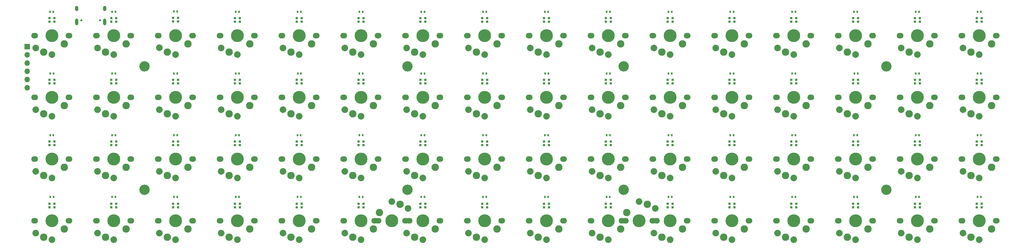
<source format=gbr>
%TF.GenerationSoftware,KiCad,Pcbnew,7.0.7*%
%TF.CreationDate,2023-10-11T09:13:37-04:00*%
%TF.ProjectId,HardLight,48617264-4c69-4676-9874-2e6b69636164,Mark 2 Rev F*%
%TF.SameCoordinates,Original*%
%TF.FileFunction,Soldermask,Top*%
%TF.FilePolarity,Negative*%
%FSLAX46Y46*%
G04 Gerber Fmt 4.6, Leading zero omitted, Abs format (unit mm)*
G04 Created by KiCad (PCBNEW 7.0.7) date 2023-10-11 09:13:37*
%MOMM*%
%LPD*%
G01*
G04 APERTURE LIST*
G04 Aperture macros list*
%AMRoundRect*
0 Rectangle with rounded corners*
0 $1 Rounding radius*
0 $2 $3 $4 $5 $6 $7 $8 $9 X,Y pos of 4 corners*
0 Add a 4 corners polygon primitive as box body*
4,1,4,$2,$3,$4,$5,$6,$7,$8,$9,$2,$3,0*
0 Add four circle primitives for the rounded corners*
1,1,$1+$1,$2,$3*
1,1,$1+$1,$4,$5*
1,1,$1+$1,$6,$7*
1,1,$1+$1,$8,$9*
0 Add four rect primitives between the rounded corners*
20,1,$1+$1,$2,$3,$4,$5,0*
20,1,$1+$1,$4,$5,$6,$7,0*
20,1,$1+$1,$6,$7,$8,$9,0*
20,1,$1+$1,$8,$9,$2,$3,0*%
G04 Aperture macros list end*
%ADD10O,2.122000X1.701800*%
%ADD11C,3.987800*%
%ADD12C,2.286000*%
%ADD13C,2.032000*%
%ADD14C,3.200000*%
%ADD15RoundRect,0.147500X0.147500X0.172500X-0.147500X0.172500X-0.147500X-0.172500X0.147500X-0.172500X0*%
%ADD16R,0.700000X0.700000*%
%ADD17C,0.650000*%
%ADD18O,1.000000X1.600000*%
%ADD19O,1.000000X2.100000*%
%ADD20R,1.700000X1.700000*%
%ADD21O,1.700000X1.700000*%
G04 APERTURE END LIST*
D10*
%TO.C,K2*%
X63233750Y-80962500D03*
D11*
X57943750Y-80962500D03*
D10*
X52653750Y-80962500D03*
D12*
X55403750Y-86042500D03*
D13*
X52943750Y-84762500D03*
D12*
X61753750Y-83502500D03*
D13*
X57943750Y-86862500D03*
%TD*%
D10*
%TO.C,K3*%
X82283750Y-80949800D03*
D11*
X76993750Y-80949800D03*
D10*
X71703750Y-80949800D03*
D12*
X74453750Y-86029800D03*
D13*
X71993750Y-84749800D03*
D12*
X80803750Y-83489800D03*
D13*
X76993750Y-86849800D03*
%TD*%
D10*
%TO.C,K6*%
X139433750Y-80962500D03*
D11*
X134143750Y-80962500D03*
D10*
X128853750Y-80962500D03*
D12*
X131603750Y-86042500D03*
D13*
X129143750Y-84762500D03*
D12*
X137953750Y-83502500D03*
D13*
X134143750Y-86862500D03*
%TD*%
D10*
%TO.C,K7*%
X158483750Y-80962500D03*
D11*
X153193750Y-80962500D03*
D10*
X147903750Y-80962500D03*
D12*
X150653750Y-86042500D03*
D13*
X148193750Y-84762500D03*
D12*
X157003750Y-83502500D03*
D13*
X153193750Y-86862500D03*
%TD*%
D10*
%TO.C,K8*%
X177533750Y-80962500D03*
D11*
X172243750Y-80962500D03*
D10*
X166953750Y-80962500D03*
D12*
X169703750Y-86042500D03*
D13*
X167243750Y-84762500D03*
D12*
X176053750Y-83502500D03*
D13*
X172243750Y-86862500D03*
%TD*%
D10*
%TO.C,K9*%
X196583750Y-80962500D03*
D11*
X191293750Y-80962500D03*
D10*
X186003750Y-80962500D03*
D12*
X188753750Y-86042500D03*
D13*
X186293750Y-84762500D03*
D12*
X195103750Y-83502500D03*
D13*
X191293750Y-86862500D03*
%TD*%
D10*
%TO.C,K10*%
X215633750Y-80962500D03*
D11*
X210343750Y-80962500D03*
D10*
X205053750Y-80962500D03*
D12*
X207803750Y-86042500D03*
D13*
X205343750Y-84762500D03*
D12*
X214153750Y-83502500D03*
D13*
X210343750Y-86862500D03*
%TD*%
D10*
%TO.C,K11*%
X234683750Y-80962500D03*
D11*
X229393750Y-80962500D03*
D10*
X224103750Y-80962500D03*
D12*
X226853750Y-86042500D03*
D13*
X224393750Y-84762500D03*
D12*
X233203750Y-83502500D03*
D13*
X229393750Y-86862500D03*
%TD*%
D10*
%TO.C,K12*%
X253733750Y-80962500D03*
D11*
X248443750Y-80962500D03*
D10*
X243153750Y-80962500D03*
D12*
X245903750Y-86042500D03*
D13*
X243443750Y-84762500D03*
D12*
X252253750Y-83502500D03*
D13*
X248443750Y-86862500D03*
%TD*%
D10*
%TO.C,K13*%
X272783750Y-80962500D03*
D11*
X267493750Y-80962500D03*
D10*
X262203750Y-80962500D03*
D12*
X264953750Y-86042500D03*
D13*
X262493750Y-84762500D03*
D12*
X271303750Y-83502500D03*
D13*
X267493750Y-86862500D03*
%TD*%
D10*
%TO.C,K14*%
X291833750Y-80962500D03*
D11*
X286543750Y-80962500D03*
D10*
X281253750Y-80962500D03*
D12*
X284003750Y-86042500D03*
D13*
X281543750Y-84762500D03*
D12*
X290353750Y-83502500D03*
D13*
X286543750Y-86862500D03*
%TD*%
D10*
%TO.C,K15*%
X310883750Y-80962500D03*
D11*
X305593750Y-80962500D03*
D10*
X300303750Y-80962500D03*
D12*
X303053750Y-86042500D03*
D13*
X300593750Y-84762500D03*
D12*
X309403750Y-83502500D03*
D13*
X305593750Y-86862500D03*
%TD*%
D10*
%TO.C,K16*%
X329933750Y-80962500D03*
D11*
X324643750Y-80962500D03*
D10*
X319353750Y-80962500D03*
D12*
X322103750Y-86042500D03*
D13*
X319643750Y-84762500D03*
D12*
X328453750Y-83502500D03*
D13*
X324643750Y-86862500D03*
%TD*%
D10*
%TO.C,K17*%
X44183750Y-100012500D03*
D11*
X38893750Y-100012500D03*
D10*
X33603750Y-100012500D03*
D12*
X36353750Y-105092500D03*
D13*
X33893750Y-103812500D03*
D12*
X42703750Y-102552500D03*
D13*
X38893750Y-105912500D03*
%TD*%
D10*
%TO.C,K18*%
X63233750Y-100012500D03*
D11*
X57943750Y-100012500D03*
D10*
X52653750Y-100012500D03*
D12*
X55403750Y-105092500D03*
D13*
X52943750Y-103812500D03*
D12*
X61753750Y-102552500D03*
D13*
X57943750Y-105912500D03*
%TD*%
D10*
%TO.C,K19*%
X82283750Y-100012500D03*
D11*
X76993750Y-100012500D03*
D10*
X71703750Y-100012500D03*
D12*
X74453750Y-105092500D03*
D13*
X71993750Y-103812500D03*
D12*
X80803750Y-102552500D03*
D13*
X76993750Y-105912500D03*
%TD*%
D10*
%TO.C,K22*%
X139433750Y-100012500D03*
D11*
X134143750Y-100012500D03*
D10*
X128853750Y-100012500D03*
D12*
X131603750Y-105092500D03*
D13*
X129143750Y-103812500D03*
D12*
X137953750Y-102552500D03*
D13*
X134143750Y-105912500D03*
%TD*%
D10*
%TO.C,K23*%
X158483750Y-100012500D03*
D11*
X153193750Y-100012500D03*
D10*
X147903750Y-100012500D03*
D12*
X150653750Y-105092500D03*
D13*
X148193750Y-103812500D03*
D12*
X157003750Y-102552500D03*
D13*
X153193750Y-105912500D03*
%TD*%
D10*
%TO.C,K24*%
X177533750Y-100012500D03*
D11*
X172243750Y-100012500D03*
D10*
X166953750Y-100012500D03*
D12*
X169703750Y-105092500D03*
D13*
X167243750Y-103812500D03*
D12*
X176053750Y-102552500D03*
D13*
X172243750Y-105912500D03*
%TD*%
D10*
%TO.C,K25*%
X196583750Y-100012500D03*
D11*
X191293750Y-100012500D03*
D10*
X186003750Y-100012500D03*
D12*
X188753750Y-105092500D03*
D13*
X186293750Y-103812500D03*
D12*
X195103750Y-102552500D03*
D13*
X191293750Y-105912500D03*
%TD*%
D10*
%TO.C,K26*%
X215633750Y-100012500D03*
D11*
X210343750Y-100012500D03*
D10*
X205053750Y-100012500D03*
D12*
X207803750Y-105092500D03*
D13*
X205343750Y-103812500D03*
D12*
X214153750Y-102552500D03*
D13*
X210343750Y-105912500D03*
%TD*%
D10*
%TO.C,K27*%
X234683750Y-100012500D03*
D11*
X229393750Y-100012500D03*
D10*
X224103750Y-100012500D03*
D12*
X226853750Y-105092500D03*
D13*
X224393750Y-103812500D03*
D12*
X233203750Y-102552500D03*
D13*
X229393750Y-105912500D03*
%TD*%
D10*
%TO.C,K28*%
X253733750Y-100012500D03*
D11*
X248443750Y-100012500D03*
D10*
X243153750Y-100012500D03*
D12*
X245903750Y-105092500D03*
D13*
X243443750Y-103812500D03*
D12*
X252253750Y-102552500D03*
D13*
X248443750Y-105912500D03*
%TD*%
D10*
%TO.C,K29*%
X272783750Y-100012500D03*
D11*
X267493750Y-100012500D03*
D10*
X262203750Y-100012500D03*
D12*
X264953750Y-105092500D03*
D13*
X262493750Y-103812500D03*
D12*
X271303750Y-102552500D03*
D13*
X267493750Y-105912500D03*
%TD*%
D10*
%TO.C,K30*%
X291833750Y-100012500D03*
D11*
X286543750Y-100012500D03*
D10*
X281253750Y-100012500D03*
D12*
X284003750Y-105092500D03*
D13*
X281543750Y-103812500D03*
D12*
X290353750Y-102552500D03*
D13*
X286543750Y-105912500D03*
%TD*%
D10*
%TO.C,K31*%
X310883750Y-100012500D03*
D11*
X305593750Y-100012500D03*
D10*
X300303750Y-100012500D03*
D12*
X303053750Y-105092500D03*
D13*
X300593750Y-103812500D03*
D12*
X309403750Y-102552500D03*
D13*
X305593750Y-105912500D03*
%TD*%
D10*
%TO.C,K32*%
X329933750Y-100012500D03*
D11*
X324643750Y-100012500D03*
D10*
X319353750Y-100012500D03*
D12*
X322103750Y-105092500D03*
D13*
X319643750Y-103812500D03*
D12*
X328453750Y-102552500D03*
D13*
X324643750Y-105912500D03*
%TD*%
D10*
%TO.C,K33*%
X44183750Y-119062500D03*
D11*
X38893750Y-119062500D03*
D10*
X33603750Y-119062500D03*
D12*
X36353750Y-124142500D03*
D13*
X33893750Y-122862500D03*
D12*
X42703750Y-121602500D03*
D13*
X38893750Y-124962500D03*
%TD*%
D10*
%TO.C,K34*%
X63233750Y-119062500D03*
D11*
X57943750Y-119062500D03*
D10*
X52653750Y-119062500D03*
D12*
X55403750Y-124142500D03*
D13*
X52943750Y-122862500D03*
D12*
X61753750Y-121602500D03*
D13*
X57943750Y-124962500D03*
%TD*%
D10*
%TO.C,K35*%
X82283750Y-119062500D03*
D11*
X76993750Y-119062500D03*
D10*
X71703750Y-119062500D03*
D12*
X74453750Y-124142500D03*
D13*
X71993750Y-122862500D03*
D12*
X80803750Y-121602500D03*
D13*
X76993750Y-124962500D03*
%TD*%
D10*
%TO.C,K36*%
X101333750Y-119062500D03*
D11*
X96043750Y-119062500D03*
D10*
X90753750Y-119062500D03*
D12*
X93503750Y-124142500D03*
D13*
X91043750Y-122862500D03*
D12*
X99853750Y-121602500D03*
D13*
X96043750Y-124962500D03*
%TD*%
D10*
%TO.C,K37*%
X120383750Y-119062500D03*
D11*
X115093750Y-119062500D03*
D10*
X109803750Y-119062500D03*
D12*
X112553750Y-124142500D03*
D13*
X110093750Y-122862500D03*
D12*
X118903750Y-121602500D03*
D13*
X115093750Y-124962500D03*
%TD*%
D10*
%TO.C,K38*%
X139433750Y-119062500D03*
D11*
X134143750Y-119062500D03*
D10*
X128853750Y-119062500D03*
D12*
X131603750Y-124142500D03*
D13*
X129143750Y-122862500D03*
D12*
X137953750Y-121602500D03*
D13*
X134143750Y-124962500D03*
%TD*%
D10*
%TO.C,K39*%
X158483750Y-119062500D03*
D11*
X153193750Y-119062500D03*
D10*
X147903750Y-119062500D03*
D12*
X150653750Y-124142500D03*
D13*
X148193750Y-122862500D03*
D12*
X157003750Y-121602500D03*
D13*
X153193750Y-124962500D03*
%TD*%
D10*
%TO.C,K40*%
X177533750Y-119062500D03*
D11*
X172243750Y-119062500D03*
D10*
X166953750Y-119062500D03*
D12*
X169703750Y-124142500D03*
D13*
X167243750Y-122862500D03*
D12*
X176053750Y-121602500D03*
D13*
X172243750Y-124962500D03*
%TD*%
D10*
%TO.C,K41*%
X196583750Y-119062500D03*
D11*
X191293750Y-119062500D03*
D10*
X186003750Y-119062500D03*
D12*
X188753750Y-124142500D03*
D13*
X186293750Y-122862500D03*
D12*
X195103750Y-121602500D03*
D13*
X191293750Y-124962500D03*
%TD*%
D10*
%TO.C,K42*%
X215633750Y-119062500D03*
D11*
X210343750Y-119062500D03*
D10*
X205053750Y-119062500D03*
D12*
X207803750Y-124142500D03*
D13*
X205343750Y-122862500D03*
D12*
X214153750Y-121602500D03*
D13*
X210343750Y-124962500D03*
%TD*%
D10*
%TO.C,K43*%
X234683750Y-119062500D03*
D11*
X229393750Y-119062500D03*
D10*
X224103750Y-119062500D03*
D12*
X226853750Y-124142500D03*
D13*
X224393750Y-122862500D03*
D12*
X233203750Y-121602500D03*
D13*
X229393750Y-124962500D03*
%TD*%
D10*
%TO.C,K44*%
X253733750Y-119062500D03*
D11*
X248443750Y-119062500D03*
D10*
X243153750Y-119062500D03*
D12*
X245903750Y-124142500D03*
D13*
X243443750Y-122862500D03*
D12*
X252253750Y-121602500D03*
D13*
X248443750Y-124962500D03*
%TD*%
D10*
%TO.C,K45*%
X272783750Y-119062500D03*
D11*
X267493750Y-119062500D03*
D10*
X262203750Y-119062500D03*
D12*
X264953750Y-124142500D03*
D13*
X262493750Y-122862500D03*
D12*
X271303750Y-121602500D03*
D13*
X267493750Y-124962500D03*
%TD*%
D10*
%TO.C,K46*%
X291833750Y-119062500D03*
D11*
X286543750Y-119062500D03*
D10*
X281253750Y-119062500D03*
D12*
X284003750Y-124142500D03*
D13*
X281543750Y-122862500D03*
D12*
X290353750Y-121602500D03*
D13*
X286543750Y-124962500D03*
%TD*%
D10*
%TO.C,K47*%
X310883750Y-119062500D03*
D11*
X305593750Y-119062500D03*
D10*
X300303750Y-119062500D03*
D12*
X303053750Y-124142500D03*
D13*
X300593750Y-122862500D03*
D12*
X309403750Y-121602500D03*
D13*
X305593750Y-124962500D03*
%TD*%
D10*
%TO.C,K48*%
X329933750Y-119062500D03*
D11*
X324643750Y-119062500D03*
D10*
X319353750Y-119062500D03*
D12*
X322103750Y-124142500D03*
D13*
X319643750Y-122862500D03*
D12*
X328453750Y-121602500D03*
D13*
X324643750Y-124962500D03*
%TD*%
D10*
%TO.C,K49*%
X44183750Y-138112500D03*
D11*
X38893750Y-138112500D03*
D10*
X33603750Y-138112500D03*
D12*
X36353750Y-143192500D03*
D13*
X33893750Y-141912500D03*
D12*
X42703750Y-140652500D03*
D13*
X38893750Y-144012500D03*
%TD*%
D10*
%TO.C,K50*%
X63233750Y-138112500D03*
D11*
X57943750Y-138112500D03*
D10*
X52653750Y-138112500D03*
D12*
X55403750Y-143192500D03*
D13*
X52943750Y-141912500D03*
D12*
X61753750Y-140652500D03*
D13*
X57943750Y-144012500D03*
%TD*%
D10*
%TO.C,K51*%
X82283750Y-138112500D03*
D11*
X76993750Y-138112500D03*
D10*
X71703750Y-138112500D03*
D12*
X74453750Y-143192500D03*
D13*
X71993750Y-141912500D03*
D12*
X80803750Y-140652500D03*
D13*
X76993750Y-144012500D03*
%TD*%
D10*
%TO.C,K52*%
X101333750Y-138112500D03*
D11*
X96043750Y-138112500D03*
D10*
X90753750Y-138112500D03*
D12*
X93503750Y-143192500D03*
D13*
X91043750Y-141912500D03*
D12*
X99853750Y-140652500D03*
D13*
X96043750Y-144012500D03*
%TD*%
D10*
%TO.C,K53*%
X120383750Y-138112500D03*
D11*
X115093750Y-138112500D03*
D10*
X109803750Y-138112500D03*
D12*
X112553750Y-143192500D03*
D13*
X110093750Y-141912500D03*
D12*
X118903750Y-140652500D03*
D13*
X115093750Y-144012500D03*
%TD*%
D10*
%TO.C,K54*%
X139433750Y-138112500D03*
D11*
X134143750Y-138112500D03*
D10*
X128853750Y-138112500D03*
D12*
X131603750Y-143192500D03*
D13*
X129143750Y-141912500D03*
D12*
X137953750Y-140652500D03*
D13*
X134143750Y-144012500D03*
%TD*%
D10*
%TO.C,K55*%
X158483750Y-138112500D03*
D11*
X153193750Y-138112500D03*
D10*
X147903750Y-138112500D03*
D12*
X150653750Y-143192500D03*
D13*
X148193750Y-141912500D03*
D12*
X157003750Y-140652500D03*
D13*
X153193750Y-144012500D03*
%TD*%
D10*
%TO.C,K56*%
X177533750Y-138112500D03*
D11*
X172243750Y-138112500D03*
D10*
X166953750Y-138112500D03*
D12*
X169703750Y-143192500D03*
D13*
X167243750Y-141912500D03*
D12*
X176053750Y-140652500D03*
D13*
X172243750Y-144012500D03*
%TD*%
D10*
%TO.C,K57*%
X196583750Y-138112500D03*
D11*
X191293750Y-138112500D03*
D10*
X186003750Y-138112500D03*
D12*
X188753750Y-143192500D03*
D13*
X186293750Y-141912500D03*
D12*
X195103750Y-140652500D03*
D13*
X191293750Y-144012500D03*
%TD*%
D10*
%TO.C,K58*%
X215633750Y-138112500D03*
D11*
X210343750Y-138112500D03*
D10*
X205053750Y-138112500D03*
D12*
X207803750Y-143192500D03*
D13*
X205343750Y-141912500D03*
D12*
X214153750Y-140652500D03*
D13*
X210343750Y-144012500D03*
%TD*%
D10*
%TO.C,K59*%
X234683750Y-138112500D03*
D11*
X229393750Y-138112500D03*
D10*
X224103750Y-138112500D03*
D12*
X226853750Y-143192500D03*
D13*
X224393750Y-141912500D03*
D12*
X233203750Y-140652500D03*
D13*
X229393750Y-144012500D03*
%TD*%
D10*
%TO.C,K60*%
X253733750Y-138112500D03*
D11*
X248443750Y-138112500D03*
D10*
X243153750Y-138112500D03*
D12*
X245903750Y-143192500D03*
D13*
X243443750Y-141912500D03*
D12*
X252253750Y-140652500D03*
D13*
X248443750Y-144012500D03*
%TD*%
D10*
%TO.C,K61*%
X272783750Y-138112500D03*
D11*
X267493750Y-138112500D03*
D10*
X262203750Y-138112500D03*
D12*
X264953750Y-143192500D03*
D13*
X262493750Y-141912500D03*
D12*
X271303750Y-140652500D03*
D13*
X267493750Y-144012500D03*
%TD*%
D10*
%TO.C,K62*%
X291833750Y-138112500D03*
D11*
X286543750Y-138112500D03*
D10*
X281253750Y-138112500D03*
D12*
X284003750Y-143192500D03*
D13*
X281543750Y-141912500D03*
D12*
X290353750Y-140652500D03*
D13*
X286543750Y-144012500D03*
%TD*%
D10*
%TO.C,K63*%
X310883750Y-138112500D03*
D11*
X305593750Y-138112500D03*
D10*
X300303750Y-138112500D03*
D12*
X303053750Y-143192500D03*
D13*
X300593750Y-141912500D03*
D12*
X309403750Y-140652500D03*
D13*
X305593750Y-144012500D03*
%TD*%
D10*
%TO.C,K64*%
X329933750Y-138112500D03*
D11*
X324643750Y-138112500D03*
D10*
X319353750Y-138112500D03*
D12*
X322103750Y-143192500D03*
D13*
X319643750Y-141912500D03*
D12*
X328453750Y-140652500D03*
D13*
X324643750Y-144012500D03*
%TD*%
D10*
%TO.C,K1*%
X44183750Y-80962500D03*
D11*
X38893750Y-80962500D03*
D10*
X33603750Y-80962500D03*
D12*
X36353750Y-86042500D03*
D13*
X33893750Y-84762500D03*
D12*
X42703750Y-83502500D03*
D13*
X38893750Y-86862500D03*
%TD*%
D14*
%TO.C,H1*%
X67468750Y-90481800D03*
%TD*%
%TO.C,H2*%
X148431250Y-90487500D03*
%TD*%
%TO.C,H3*%
X215106250Y-90481800D03*
%TD*%
%TO.C,H4*%
X296063950Y-90481800D03*
%TD*%
%TO.C,H5*%
X67468750Y-128579400D03*
%TD*%
%TO.C,H6*%
X148431250Y-128585100D03*
%TD*%
D15*
%TO.C,LC1*%
X39315025Y-73596000D03*
X38345025Y-73596000D03*
%TD*%
D10*
%TO.C,K4*%
X101333750Y-80962500D03*
D11*
X96043750Y-80962500D03*
D10*
X90753750Y-80962500D03*
D12*
X93503750Y-86042500D03*
D13*
X91043750Y-84762500D03*
D12*
X99853750Y-83502500D03*
D13*
X96043750Y-86862500D03*
%TD*%
D15*
%TO.C,LC3*%
X77509250Y-73570600D03*
X76539250Y-73570600D03*
%TD*%
D10*
%TO.C,K5*%
X120383750Y-80962500D03*
D11*
X115093750Y-80962500D03*
D10*
X109803750Y-80962500D03*
D12*
X112553750Y-86042500D03*
D13*
X110093750Y-84762500D03*
D12*
X118903750Y-83502500D03*
D13*
X115093750Y-86862500D03*
%TD*%
D10*
%TO.C,K21*%
X120383750Y-100012500D03*
D11*
X115093750Y-100012500D03*
D10*
X109803750Y-100012500D03*
D12*
X112553750Y-105092500D03*
D13*
X110093750Y-103812500D03*
D12*
X118903750Y-102552500D03*
D13*
X115093750Y-105912500D03*
%TD*%
D10*
%TO.C,K20*%
X101333750Y-100012500D03*
D11*
X96043750Y-100012500D03*
D10*
X90753750Y-100012500D03*
D12*
X93503750Y-105092500D03*
D13*
X91043750Y-103812500D03*
D12*
X99853750Y-102552500D03*
D13*
X96043750Y-105912500D03*
%TD*%
D15*
%TO.C,LC10*%
X210859250Y-73596000D03*
X209889250Y-73596000D03*
%TD*%
%TO.C,LC12*%
X248959250Y-73596000D03*
X247989250Y-73596000D03*
%TD*%
%TO.C,LC6*%
X134659250Y-73596000D03*
X133689250Y-73596000D03*
%TD*%
%TO.C,LC8*%
X172759250Y-73596000D03*
X171789250Y-73596000D03*
%TD*%
%TO.C,LC9*%
X191809250Y-73596000D03*
X190839250Y-73596000D03*
%TD*%
%TO.C,LC7*%
X153709250Y-73596000D03*
X152739250Y-73596000D03*
%TD*%
%TO.C,LC5*%
X115609250Y-73596000D03*
X114639250Y-73596000D03*
%TD*%
%TO.C,LC11*%
X229909250Y-73596000D03*
X228939250Y-73596000D03*
%TD*%
%TO.C,LC13*%
X268009250Y-73596000D03*
X267039250Y-73596000D03*
%TD*%
%TO.C,LC4*%
X96559250Y-73596000D03*
X95589250Y-73596000D03*
%TD*%
%TO.C,LC14*%
X287059250Y-73596000D03*
X286089250Y-73596000D03*
%TD*%
%TO.C,LC15*%
X306109250Y-73596000D03*
X305139250Y-73596000D03*
%TD*%
%TO.C,LC16*%
X325159250Y-73596000D03*
X324189250Y-73596000D03*
%TD*%
%TO.C,LC17*%
X39409250Y-92646000D03*
X38439250Y-92646000D03*
%TD*%
%TO.C,LC18*%
X58459250Y-92646000D03*
X57489250Y-92646000D03*
%TD*%
%TO.C,LC19*%
X77509250Y-92646000D03*
X76539250Y-92646000D03*
%TD*%
%TO.C,LC20*%
X96559250Y-92646000D03*
X95589250Y-92646000D03*
%TD*%
%TO.C,LC21*%
X115621525Y-92646000D03*
X114651525Y-92646000D03*
%TD*%
%TO.C,LC22*%
X134659250Y-92646000D03*
X133689250Y-92646000D03*
%TD*%
%TO.C,LC23*%
X153709250Y-92646000D03*
X152739250Y-92646000D03*
%TD*%
%TO.C,LC24*%
X172759250Y-92646000D03*
X171789250Y-92646000D03*
%TD*%
%TO.C,LC25*%
X191878000Y-92646000D03*
X190908000Y-92646000D03*
%TD*%
%TO.C,LC26*%
X210859250Y-92646000D03*
X209889250Y-92646000D03*
%TD*%
%TO.C,LC27*%
X229909250Y-92646000D03*
X228939250Y-92646000D03*
%TD*%
%TO.C,LC28*%
X248959250Y-92646000D03*
X247989250Y-92646000D03*
%TD*%
%TO.C,LC29*%
X268009250Y-92646000D03*
X267039250Y-92646000D03*
%TD*%
%TO.C,LC30*%
X287203000Y-92646000D03*
X286233000Y-92646000D03*
%TD*%
%TO.C,LC31*%
X306109250Y-92646000D03*
X305139250Y-92646000D03*
%TD*%
%TO.C,LC32*%
X325159250Y-92646000D03*
X324189250Y-92646000D03*
%TD*%
D16*
%TO.C,LD16*%
X325418750Y-76637500D03*
X325418750Y-75537500D03*
X323918750Y-75537500D03*
X323918750Y-76637500D03*
%TD*%
%TO.C,LD17*%
X38168750Y-94587500D03*
X38168750Y-95687500D03*
X39668750Y-95687500D03*
X39668750Y-94587500D03*
%TD*%
%TO.C,LD18*%
X57218750Y-94587500D03*
X57218750Y-95687500D03*
X58718750Y-95687500D03*
X58718750Y-94587500D03*
%TD*%
%TO.C,LD19*%
X76268750Y-94587500D03*
X76268750Y-95687500D03*
X77768750Y-95687500D03*
X77768750Y-94587500D03*
%TD*%
%TO.C,LD20*%
X95318750Y-94587500D03*
X95318750Y-95687500D03*
X96818750Y-95687500D03*
X96818750Y-94587500D03*
%TD*%
%TO.C,LD21*%
X114368750Y-94587500D03*
X114368750Y-95687500D03*
X115868750Y-95687500D03*
X115868750Y-94587500D03*
%TD*%
%TO.C,LD22*%
X133418750Y-94587500D03*
X133418750Y-95687500D03*
X134918750Y-95687500D03*
X134918750Y-94587500D03*
%TD*%
%TO.C,LD23*%
X152468750Y-94587500D03*
X152468750Y-95687500D03*
X153968750Y-95687500D03*
X153968750Y-94587500D03*
%TD*%
%TO.C,LD24*%
X171518750Y-94587500D03*
X171518750Y-95687500D03*
X173018750Y-95687500D03*
X173018750Y-94587500D03*
%TD*%
%TO.C,LD25*%
X190568750Y-94587500D03*
X190568750Y-95687500D03*
X192068750Y-95687500D03*
X192068750Y-94587500D03*
%TD*%
%TO.C,LD26*%
X209618750Y-94587500D03*
X209618750Y-95687500D03*
X211118750Y-95687500D03*
X211118750Y-94587500D03*
%TD*%
%TO.C,LD27*%
X228668750Y-94587500D03*
X228668750Y-95687500D03*
X230168750Y-95687500D03*
X230168750Y-94587500D03*
%TD*%
%TO.C,LD28*%
X247718750Y-94587500D03*
X247718750Y-95687500D03*
X249218750Y-95687500D03*
X249218750Y-94587500D03*
%TD*%
%TO.C,LD29*%
X266768750Y-94587500D03*
X266768750Y-95687500D03*
X268268750Y-95687500D03*
X268268750Y-94587500D03*
%TD*%
%TO.C,LD30*%
X285818750Y-94587500D03*
X285818750Y-95687500D03*
X287318750Y-95687500D03*
X287318750Y-94587500D03*
%TD*%
%TO.C,LD32*%
X323918750Y-94587500D03*
X323918750Y-95687500D03*
X325418750Y-95687500D03*
X325418750Y-94587500D03*
%TD*%
%TO.C,LD31*%
X304868750Y-94587500D03*
X304868750Y-95687500D03*
X306368750Y-95687500D03*
X306368750Y-94587500D03*
%TD*%
%TO.C,LD15*%
X306368750Y-76637500D03*
X306368750Y-75537500D03*
X304868750Y-75537500D03*
X304868750Y-76637500D03*
%TD*%
%TO.C,LD14*%
X287318750Y-76637500D03*
X287318750Y-75537500D03*
X285818750Y-75537500D03*
X285818750Y-76637500D03*
%TD*%
%TO.C,LD12*%
X249218750Y-76637500D03*
X249218750Y-75537500D03*
X247718750Y-75537500D03*
X247718750Y-76637500D03*
%TD*%
%TO.C,LD10*%
X211118750Y-76637500D03*
X211118750Y-75537500D03*
X209618750Y-75537500D03*
X209618750Y-76637500D03*
%TD*%
%TO.C,LD13*%
X268268750Y-76637500D03*
X268268750Y-75537500D03*
X266768750Y-75537500D03*
X266768750Y-76637500D03*
%TD*%
%TO.C,LD5*%
X115868750Y-76637500D03*
X115868750Y-75537500D03*
X114368750Y-75537500D03*
X114368750Y-76637500D03*
%TD*%
%TO.C,LD11*%
X230168750Y-76637500D03*
X230168750Y-75537500D03*
X228668750Y-75537500D03*
X228668750Y-76637500D03*
%TD*%
%TO.C,LD6*%
X134918750Y-76637500D03*
X134918750Y-75537500D03*
X133418750Y-75537500D03*
X133418750Y-76637500D03*
%TD*%
%TO.C,LD7*%
X153968750Y-76637500D03*
X153968750Y-75537500D03*
X152468750Y-75537500D03*
X152468750Y-76637500D03*
%TD*%
%TO.C,LD8*%
X173018750Y-76637500D03*
X173018750Y-75537500D03*
X171518750Y-75537500D03*
X171518750Y-76637500D03*
%TD*%
%TO.C,LD9*%
X192068750Y-76637500D03*
X192068750Y-75537500D03*
X190568750Y-75537500D03*
X190568750Y-76637500D03*
%TD*%
%TO.C,LD2*%
X58718750Y-76637500D03*
X58718750Y-75537500D03*
X57218750Y-75537500D03*
X57218750Y-76637500D03*
%TD*%
%TO.C,LD1*%
X39668750Y-76637500D03*
X39668750Y-75537500D03*
X38168750Y-75537500D03*
X38168750Y-76637500D03*
%TD*%
%TO.C,LD3*%
X77768750Y-76612100D03*
X77768750Y-75512100D03*
X76268750Y-75512100D03*
X76268750Y-76612100D03*
%TD*%
%TO.C,LD4*%
X96818750Y-76637500D03*
X96818750Y-75537500D03*
X95318750Y-75537500D03*
X95318750Y-76637500D03*
%TD*%
D15*
%TO.C,LC2*%
X58459250Y-73596000D03*
X57489250Y-73596000D03*
%TD*%
D16*
%TO.C,LD56*%
X171518750Y-132887500D03*
X171518750Y-133987500D03*
X173018750Y-133987500D03*
X173018750Y-132887500D03*
%TD*%
%TO.C,LD54*%
X133418750Y-132887500D03*
X133418750Y-133987500D03*
X134918750Y-133987500D03*
X134918750Y-132887500D03*
%TD*%
D15*
%TO.C,LC36*%
X96553750Y-111737500D03*
X95583750Y-111737500D03*
%TD*%
D16*
%TO.C,LD43*%
X230168750Y-114737500D03*
X230168750Y-113637500D03*
X228668750Y-113637500D03*
X228668750Y-114737500D03*
%TD*%
%TO.C,LD47*%
X306368750Y-114737500D03*
X306368750Y-113637500D03*
X304868750Y-113637500D03*
X304868750Y-114737500D03*
%TD*%
%TO.C,LD46*%
X287318750Y-114737500D03*
X287318750Y-113637500D03*
X285818750Y-113637500D03*
X285818750Y-114737500D03*
%TD*%
%TO.C,LD60*%
X247718750Y-132887500D03*
X247718750Y-133987500D03*
X249218750Y-133987500D03*
X249218750Y-132887500D03*
%TD*%
%TO.C,LD61*%
X266768750Y-132887500D03*
X266768750Y-133987500D03*
X268268750Y-133987500D03*
X268268750Y-132887500D03*
%TD*%
%TO.C,LD36*%
X96818750Y-114737500D03*
X96818750Y-113637500D03*
X95318750Y-113637500D03*
X95318750Y-114737500D03*
%TD*%
%TO.C,LD57*%
X190568750Y-132887500D03*
X190568750Y-133987500D03*
X192068750Y-133987500D03*
X192068750Y-132887500D03*
%TD*%
D15*
%TO.C,LC61*%
X268003750Y-130787500D03*
X267033750Y-130787500D03*
%TD*%
%TO.C,LC64*%
X325153750Y-130787500D03*
X324183750Y-130787500D03*
%TD*%
%TO.C,LC39*%
X153703750Y-111737500D03*
X152733750Y-111737500D03*
%TD*%
D16*
%TO.C,LD55*%
X152468750Y-132887500D03*
X152468750Y-133987500D03*
X153968750Y-133987500D03*
X153968750Y-132887500D03*
%TD*%
%TO.C,LD64*%
X323918750Y-132887500D03*
X323918750Y-133987500D03*
X325418750Y-133987500D03*
X325418750Y-132887500D03*
%TD*%
D15*
%TO.C,LC52*%
X96553750Y-130787500D03*
X95583750Y-130787500D03*
%TD*%
D16*
%TO.C,LD53*%
X114368750Y-132887500D03*
X114368750Y-133987500D03*
X115868750Y-133987500D03*
X115868750Y-132887500D03*
%TD*%
D15*
%TO.C,LC45*%
X268003750Y-111737500D03*
X267033750Y-111737500D03*
%TD*%
D16*
%TO.C,LD38*%
X134918750Y-114737500D03*
X134918750Y-113637500D03*
X133418750Y-113637500D03*
X133418750Y-114737500D03*
%TD*%
%TO.C,LD42*%
X211118750Y-114737500D03*
X211118750Y-113637500D03*
X209618750Y-113637500D03*
X209618750Y-114737500D03*
%TD*%
D15*
%TO.C,LC35*%
X77503750Y-111737500D03*
X76533750Y-111737500D03*
%TD*%
D10*
%TO.C,K54.1*%
X138378750Y-138112500D03*
D11*
X143668750Y-138112500D03*
D10*
X148958750Y-138112500D03*
D12*
X146208750Y-133032500D03*
D13*
X148668750Y-134312500D03*
D12*
X139858750Y-135572500D03*
D13*
X143668750Y-132212500D03*
%TD*%
D15*
%TO.C,LC48*%
X325153750Y-111737500D03*
X324183750Y-111737500D03*
%TD*%
%TO.C,LC34*%
X58428750Y-111725000D03*
X57458750Y-111725000D03*
%TD*%
D16*
%TO.C,LD58*%
X209618750Y-132887500D03*
X209618750Y-133987500D03*
X211118750Y-133987500D03*
X211118750Y-132887500D03*
%TD*%
%TO.C,LD59*%
X228668750Y-132887500D03*
X228668750Y-133987500D03*
X230168750Y-133987500D03*
X230168750Y-132887500D03*
%TD*%
D14*
%TO.C,H7*%
X215106250Y-128579400D03*
%TD*%
D15*
%TO.C,LC42*%
X210853750Y-111737500D03*
X209883750Y-111737500D03*
%TD*%
%TO.C,LC59*%
X229903750Y-130787500D03*
X228933750Y-130787500D03*
%TD*%
%TO.C,LC57*%
X191803750Y-130787500D03*
X190833750Y-130787500D03*
%TD*%
%TO.C,LC49*%
X39403750Y-130787500D03*
X38433750Y-130787500D03*
%TD*%
D16*
%TO.C,LD40*%
X173018750Y-114737500D03*
X173018750Y-113637500D03*
X171518750Y-113637500D03*
X171518750Y-114737500D03*
%TD*%
D15*
%TO.C,LC43*%
X229903750Y-111737500D03*
X228933750Y-111737500D03*
%TD*%
D16*
%TO.C,LD44*%
X249218750Y-114737500D03*
X249218750Y-113637500D03*
X247718750Y-113637500D03*
X247718750Y-114737500D03*
%TD*%
%TO.C,LD34*%
X58718750Y-114737500D03*
X58718750Y-113637500D03*
X57218750Y-113637500D03*
X57218750Y-114737500D03*
%TD*%
D15*
%TO.C,LC41*%
X191803750Y-111737500D03*
X190833750Y-111737500D03*
%TD*%
D16*
%TO.C,LD62*%
X285818750Y-132887500D03*
X285818750Y-133987500D03*
X287318750Y-133987500D03*
X287318750Y-132887500D03*
%TD*%
%TO.C,LD49*%
X38168750Y-132887500D03*
X38168750Y-133987500D03*
X39668750Y-133987500D03*
X39668750Y-132887500D03*
%TD*%
%TO.C,LD35*%
X77768750Y-114737500D03*
X77768750Y-113637500D03*
X76268750Y-113637500D03*
X76268750Y-114737500D03*
%TD*%
D15*
%TO.C,LC55*%
X153703750Y-130787500D03*
X152733750Y-130787500D03*
%TD*%
D16*
%TO.C,LD37*%
X115868750Y-114737500D03*
X115868750Y-113637500D03*
X114368750Y-113637500D03*
X114368750Y-114737500D03*
%TD*%
%TO.C,LD51*%
X76268750Y-132887500D03*
X76268750Y-133987500D03*
X77768750Y-133987500D03*
X77768750Y-132887500D03*
%TD*%
D15*
%TO.C,LC62*%
X287053750Y-130787500D03*
X286083750Y-130787500D03*
%TD*%
%TO.C,LC58*%
X210788750Y-130787500D03*
X209818750Y-130787500D03*
%TD*%
%TO.C,LC53*%
X115603750Y-130787500D03*
X114633750Y-130787500D03*
%TD*%
D16*
%TO.C,LD45*%
X268268750Y-114737500D03*
X268268750Y-113637500D03*
X266768750Y-113637500D03*
X266768750Y-114737500D03*
%TD*%
%TO.C,LD50*%
X57218750Y-132887500D03*
X57218750Y-133987500D03*
X58718750Y-133987500D03*
X58718750Y-132887500D03*
%TD*%
D15*
%TO.C,LC33*%
X39328750Y-111725000D03*
X38358750Y-111725000D03*
%TD*%
%TO.C,LC54*%
X134653750Y-130787500D03*
X133683750Y-130787500D03*
%TD*%
%TO.C,LC44*%
X248953750Y-111737500D03*
X247983750Y-111737500D03*
%TD*%
D16*
%TO.C,LD48*%
X325418750Y-114737500D03*
X325418750Y-113637500D03*
X323918750Y-113637500D03*
X323918750Y-114737500D03*
%TD*%
%TO.C,LD39*%
X153968750Y-114737500D03*
X153968750Y-113637500D03*
X152468750Y-113637500D03*
X152468750Y-114737500D03*
%TD*%
%TO.C,LD33*%
X39668750Y-114737500D03*
X39668750Y-113637500D03*
X38168750Y-113637500D03*
X38168750Y-114737500D03*
%TD*%
D15*
%TO.C,LC50*%
X58453750Y-130787500D03*
X57483750Y-130787500D03*
%TD*%
D14*
%TO.C,H8*%
X296063950Y-128579400D03*
%TD*%
D10*
%TO.C,K58.1*%
X214578750Y-138112500D03*
D11*
X219868750Y-138112500D03*
D10*
X225158750Y-138112500D03*
D12*
X222408750Y-133032500D03*
D13*
X224868750Y-134312500D03*
D12*
X216058750Y-135572500D03*
D13*
X219868750Y-132212500D03*
%TD*%
D15*
%TO.C,LC51*%
X77503750Y-130787500D03*
X76533750Y-130787500D03*
%TD*%
%TO.C,LC46*%
X287053750Y-111737500D03*
X286083750Y-111737500D03*
%TD*%
D16*
%TO.C,LD41*%
X192068750Y-114737500D03*
X192068750Y-113637500D03*
X190568750Y-113637500D03*
X190568750Y-114737500D03*
%TD*%
D15*
%TO.C,LC63*%
X306103750Y-130787500D03*
X305133750Y-130787500D03*
%TD*%
%TO.C,LC56*%
X172753750Y-130787500D03*
X171783750Y-130787500D03*
%TD*%
%TO.C,LC37*%
X115553750Y-111737500D03*
X114583750Y-111737500D03*
%TD*%
%TO.C,LC60*%
X248953750Y-130787500D03*
X247983750Y-130787500D03*
%TD*%
D16*
%TO.C,LD63*%
X304868750Y-132887500D03*
X304868750Y-133987500D03*
X306368750Y-133987500D03*
X306368750Y-132887500D03*
%TD*%
D15*
%TO.C,LC40*%
X172753750Y-111737500D03*
X171783750Y-111737500D03*
%TD*%
%TO.C,LC47*%
X306103750Y-111737500D03*
X305133750Y-111737500D03*
%TD*%
%TO.C,LC38*%
X134653750Y-111737500D03*
X133683750Y-111737500D03*
%TD*%
D16*
%TO.C,LD52*%
X95318750Y-132887500D03*
X95318750Y-133987500D03*
X96818750Y-133987500D03*
X96818750Y-132887500D03*
%TD*%
D17*
%TO.C,J0*%
X47978750Y-76237500D03*
X53758750Y-76237500D03*
D18*
X46548750Y-72587500D03*
D19*
X46548750Y-76767500D03*
D18*
X55188750Y-72587500D03*
D19*
X55188750Y-76767500D03*
%TD*%
D20*
%TO.C,J2*%
X31268750Y-84417500D03*
D21*
X31268750Y-86957500D03*
X31268750Y-89497500D03*
X31268750Y-92037500D03*
X31268750Y-94577500D03*
X31268750Y-97117500D03*
%TD*%
M02*

</source>
